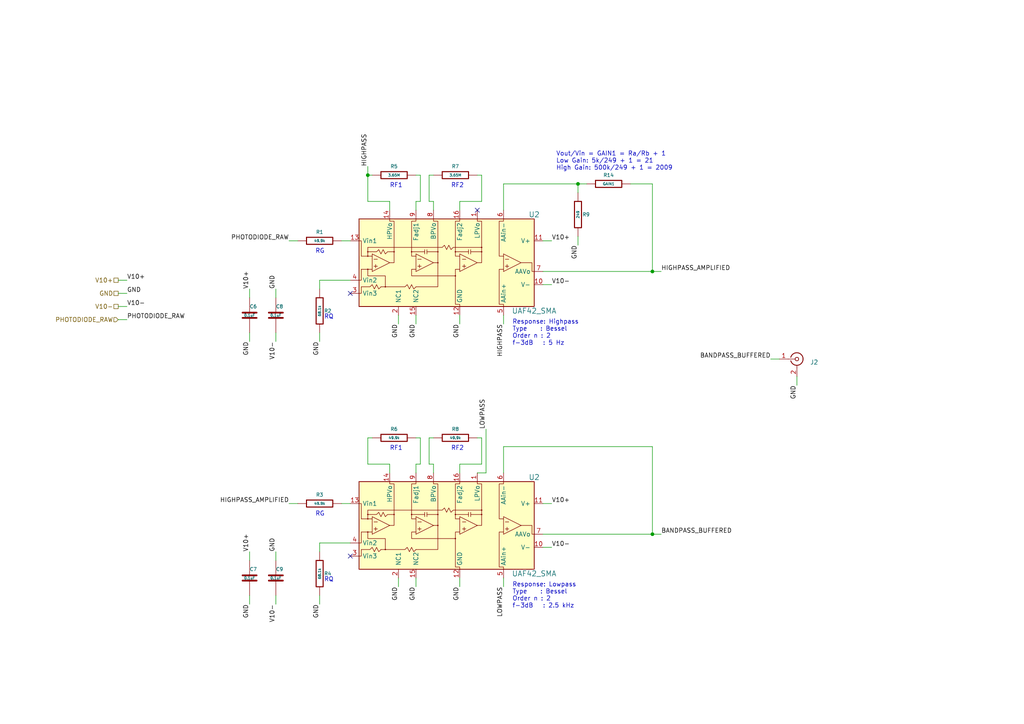
<source format=kicad_sch>
(kicad_sch (version 20230121) (generator eeschema)
  (paper "A4")
  (title_block (title "wingbeat_detector") (date "2023-12-11") (rev "4.0") (company "Peter Polidoro"))
  (lib_symbols
    (symbol "Janelia:CONN_UMC_JACK_SMD" (pin_names (offset 1.016) hide)
      (property "Reference" "J" (at 0.254 3.048 0))
      (symbol "CONN_UMC_JACK_SMD_0_1"
        (arc (start -1.778 -0.508) (mid 0.2311 -1.8066) (end 1.778 0) (stroke (width 0.254)))
        (polyline (pts (xy -2.54 0) (xy -0.508 0)))
        (polyline (pts (xy 0 -2.54) (xy 0 -1.778)))
        (circle (center 0 0) (radius 0.508) (stroke (width 0.2032)))
        (arc (start 1.778 0) (mid 0.2099 1.8101) (end -1.778 0.508) (stroke (width 0.254)))
      )
      (symbol "CONN_UMC_JACK_SMD_1_1"
        (pin passive line (at -5.08 0 0) (length 2.54) (name "In") (number "1"))
        (pin passive line (at 0 -5.08 90) (length 2.54) (name "Ext") (number "2"))
      )
    )
    (symbol "Janelia:C_0.1uF_0402" (pin_numbers hide) (pin_names (offset 0.254))
      (property "Reference" "C" (at 0 2.54 0))
      (property "Value" "0.1uF" (at 0 0 0))
      (symbol "C_0.1uF_0402_0_1"
        (polyline (pts (xy -2.032 -0.762) (xy 2.032 -0.762)) (stroke (width 0.508)))
        (polyline (pts (xy -2.032 0.762) (xy 2.032 0.762)) (stroke (width 0.508)))
      )
      (symbol "C_0.1uF_0402_1_1"
        (pin passive line (at 0 5.08 270) (length 4.318) (name "~") (number "1"))
        (pin passive line (at 0 -5.08 90) (length 4.318) (name "~") (number "2"))
      )
    )
    (symbol "Janelia:R_150k_1206" (pin_numbers hide) (pin_names (offset 0))
      (property "Reference" "R" (at 2.032 0 90))
      (property "Value" "150k" (at 0 0 90))
      (symbol "R_150k_1206_0_1"
        (rectangle (start -1.016 3.81) (end 1.016 -3.81) (stroke (width 0.3048)))
      )
      (symbol "R_150k_1206_1_1"
        (pin passive line (at 0 6.35 270) (length 2.54) (name "~") (number "1"))
        (pin passive line (at 0 -6.35 90) (length 2.54) (name "~") (number "2"))
      )
    )
    (symbol "Janelia:R_249_0402" (pin_numbers hide) (pin_names (offset 0))
      (property "Reference" "R" (at 2.032 0 90))
      (property "Value" "249" (at 0 0 90))
      (symbol "R_249_0402_0_1"
        (rectangle (start -1.016 3.81) (end 1.016 -3.81) (stroke (width 0.3048)))
      )
      (symbol "R_249_0402_1_1"
        (pin passive line (at 0 6.35 270) (length 2.54) (name "~") (number "1"))
        (pin passive line (at 0 -6.35 90) (length 2.54) (name "~") (number "2"))
      )
    )
    (symbol "Janelia:R_3.65M_0603" (pin_numbers hide) (pin_names (offset 0))
      (property "Reference" "R" (at 2.032 0 90))
      (property "Value" "3.65M" (at 0 0 90))
      (symbol "R_3.65M_0603_0_1"
        (rectangle (start -1.016 3.81) (end 1.016 -3.81) (stroke (width 0.3048)))
      )
      (symbol "R_3.65M_0603_1_1"
        (pin passive line (at 0 6.35 270) (length 2.54) (name "~") (number "1"))
        (pin passive line (at 0 -6.35 90) (length 2.54) (name "~") (number "2"))
      )
    )
    (symbol "Janelia:R_49.9k_0402" (pin_numbers hide) (pin_names (offset 0))
      (property "Reference" "R" (at 2.032 0 90))
      (property "Value" "49.9k" (at 0 0 90))
      (symbol "R_49.9k_0402_0_1"
        (rectangle (start -1.016 3.81) (end 1.016 -3.81) (stroke (width 0.3048)))
      )
      (symbol "R_49.9k_0402_1_1"
        (pin passive line (at 0 6.35 270) (length 2.54) (name "~") (number "1"))
        (pin passive line (at 0 -6.35 90) (length 2.54) (name "~") (number "2"))
      )
    )
    (symbol "Janelia:R_68.1k_0402" (pin_numbers hide) (pin_names (offset 0))
      (property "Reference" "R" (at 2.032 0 90))
      (property "Value" "68.1k" (at 0 0 90))
      (symbol "R_68.1k_0402_0_1"
        (rectangle (start -1.016 3.81) (end 1.016 -3.81) (stroke (width 0.3048)))
      )
      (symbol "R_68.1k_0402_1_1"
        (pin passive line (at 0 6.35 270) (length 2.54) (name "~") (number "1"))
        (pin passive line (at 0 -6.35 90) (length 2.54) (name "~") (number "2"))
      )
    )
    (symbol "Janelia:UAF42_SMA" (pin_names (offset 1.016))
      (property "Reference" "U" (at 24.13 13.97 0))
      (property "Value" "UAF42_SMA" (at -21.59 -13.97 0))
      (symbol "UAF42_SMA_0_1"
        (rectangle (start -25.4 12.7) (end 25.4 -12.7) (stroke (width 0.254)) (fill (type background)))
        (circle (center -22.86 -1.905) (radius 0.127) (fill (type outline)))
        (circle (center -22.86 1.905) (radius 0.127) (fill (type outline)))
        (circle (center -22.86 3.175) (radius 0.127) (fill (type outline)))
        (circle (center -17.78 -6.985) (radius 0.127) (fill (type outline)))
        (circle (center -15.24 3.175) (radius 0.127) (fill (type outline)))
        (circle (center -10.16 3.175) (radius 0.127) (fill (type outline)))
        (circle (center -2.54 0) (radius 0.127) (fill (type outline)))
        (circle (center -2.54 3.175) (radius 0.127) (fill (type outline)))
        (polyline (pts (xy -17.78 -6.985) (xy -17.78 -6.985)))
        (polyline (pts (xy -22.86 4.445) (xy -22.86 1.905) (xy -22.86 1.905)))
        (polyline (pts (xy -21.59 2.54) (xy -21.59 -2.54) (xy -21.59 -2.54)))
        (polyline (pts (xy -21.082 -1.016) (xy -20.066 -1.016) (xy -20.066 -1.016)) (fill (type outline)))
        (polyline (pts (xy -21.082 1.016) (xy -20.066 1.016) (xy -20.066 1.016)) (fill (type outline)))
        (polyline (pts (xy -20.574 -0.508) (xy -20.574 -1.524) (xy -20.574 -1.524)) (fill (type outline)))
        (polyline (pts (xy -19.05 -6.985) (xy -17.78 -6.985) (xy -17.78 -6.985)))
        (polyline (pts (xy -16.51 0) (xy -21.59 -2.54) (xy -21.59 -2.54)))
        (polyline (pts (xy -16.51 0) (xy -21.59 2.54) (xy -21.59 2.54)))
        (polyline (pts (xy -8.89 2.54) (xy -8.89 -2.54) (xy -8.89 -2.54)))
        (polyline (pts (xy -8.382 -1.016) (xy -7.366 -1.016) (xy -7.366 -1.016)) (fill (type outline)))
        (polyline (pts (xy -8.382 1.016) (xy -7.366 1.016) (xy -7.366 1.016)) (fill (type outline)))
        (polyline (pts (xy -7.874 -0.508) (xy -7.874 -1.524) (xy -7.874 -1.524)) (fill (type outline)))
        (polyline (pts (xy -7.366 1.016) (xy -7.366 1.016) (xy -7.366 1.016)) (fill (type outline)))
        (polyline (pts (xy -6.35 3.175) (xy -10.16 3.175) (xy -10.16 3.175)))
        (polyline (pts (xy -6.35 3.81) (xy -6.35 2.54) (xy -6.35 2.54)))
        (polyline (pts (xy -5.715 3.175) (xy -2.54 3.175) (xy -2.54 3.175)))
        (polyline (pts (xy -5.715 3.81) (xy -5.715 2.54) (xy -5.715 2.54)))
        (polyline (pts (xy -3.81 0) (xy -8.89 -2.54) (xy -8.89 -2.54)))
        (polyline (pts (xy -3.81 0) (xy -8.89 2.54) (xy -8.89 2.54)))
        (polyline (pts (xy 3.81 2.54) (xy 3.81 -2.54) (xy 3.81 -2.54)))
        (polyline (pts (xy 4.572 -1.016) (xy 5.588 -1.016) (xy 5.588 -1.016)) (fill (type outline)))
        (polyline (pts (xy 4.572 1.016) (xy 5.588 1.016) (xy 5.588 1.016)) (fill (type outline)))
        (polyline (pts (xy 5.08 -0.508) (xy 5.08 -1.524) (xy 5.08 -1.524)) (fill (type outline)))
        (polyline (pts (xy 6.985 3.175) (xy 10.16 3.175) (xy 10.16 3.175)))
        (polyline (pts (xy 6.985 3.81) (xy 6.985 2.54) (xy 6.985 2.54)))
        (polyline (pts (xy 8.89 0) (xy 3.81 -2.54) (xy 3.81 -2.54)))
        (polyline (pts (xy 8.89 0) (xy 3.81 2.54) (xy 3.81 2.54)))
        (polyline (pts (xy 17.018 1.016) (xy 18.034 1.016) (xy 18.034 1.016)) (fill (type outline)))
        (polyline (pts (xy 17.526 -0.508) (xy 17.526 -1.524) (xy 17.526 -1.524)) (fill (type outline)))
        (polyline (pts (xy 21.59 0) (xy 16.51 -2.54) (xy 16.51 -2.54)))
        (polyline (pts (xy 21.59 0) (xy 16.51 2.54) (xy 16.51 2.54)))
        (polyline (pts (xy -24.765 3.81) (xy -24.765 1.905) (xy -21.59 1.905) (xy -21.59 1.905)))
        (polyline (pts (xy -24.765 3.81) (xy -24.765 6.35) (xy -25.4 6.35) (xy -25.4 6.35)))
        (polyline (pts (xy -8.89 -6.985) (xy -2.54 -6.985) (xy -2.54 0) (xy -2.54 0)))
        (polyline (pts (xy 6.35 3.175) (xy 6.35 2.54) (xy 6.35 2.54) (xy 6.35 2.54)))
        (polyline (pts (xy 16.51 2.54) (xy 16.51 -2.54) (xy 16.51 -2.54) (xy 16.51 -2.54)))
        (polyline (pts (xy 17.018 -1.016) (xy 18.034 -1.016) (xy 18.034 -1.016) (xy 18.034 -1.016)) (fill (type outline)))
        (polyline (pts (xy -25.4 -5.08) (xy -24.765 -5.08) (xy -24.765 -1.905) (xy -21.59 -1.905) (xy -21.59 -1.905)))
        (polyline (pts (xy -17.78 -6.985) (xy -17.78 -3.81) (xy -22.86 -3.81) (xy -22.86 -1.905) (xy -22.86 -1.905)))
        (polyline (pts (xy -8.89 -1.905) (xy -10.16 -1.905) (xy -10.16 -3.81) (xy 2.54 -3.81) (xy 2.54 -3.81)))
        (polyline (pts (xy 2.54 3.175) (xy 6.35 3.175) (xy 6.35 3.81) (xy 6.35 3.81) (xy 6.35 3.81)))
        (polyline (pts (xy 25.4 -2.54) (xy 24.765 -2.54) (xy 24.765 0) (xy 21.59 0) (xy 21.59 0)))
        (polyline (pts (xy -16.51 12.7) (xy -16.51 12.065) (xy -15.24 12.065) (xy -15.24 0) (xy -16.51 0) (xy -16.51 0)))
        (polyline (pts (xy -8.89 12.7) (xy -8.89 12.065) (xy -10.16 12.065) (xy -10.16 1.905) (xy -8.89 1.905) (xy -8.89 1.905)))
        (polyline (pts (xy -3.81 12.7) (xy -3.81 12.065) (xy -2.54 12.065) (xy -2.54 0) (xy -3.81 0) (xy -3.81 0)))
        (polyline (pts (xy 3.81 -12.7) (xy 3.81 -12.065) (xy 2.54 -12.065) (xy 2.54 -1.905) (xy 3.81 -1.905) (xy 3.81 -1.905)))
        (polyline (pts (xy 3.81 12.7) (xy 3.81 12.065) (xy 2.54 12.065) (xy 2.54 1.905) (xy 3.81 1.905) (xy 3.81 1.905)))
        (polyline (pts (xy 8.89 12.7) (xy 8.89 12.065) (xy 10.16 12.065) (xy 10.16 0) (xy 8.89 0) (xy 8.89 0)))
        (polyline (pts (xy 16.51 -12.7) (xy 16.51 -12.065) (xy 15.24 -12.065) (xy 15.24 -1.905) (xy 16.51 -1.905) (xy 16.51 -1.905)))
        (polyline (pts (xy 16.51 12.7) (xy 16.51 12.065) (xy 15.24 12.065) (xy 15.24 1.905) (xy 16.51 1.905) (xy 16.51 1.905)))
        (polyline (pts (xy -17.78 -6.985) (xy -12.065 -6.985) (xy -11.43 -6.35) (xy -10.795 -7.62) (xy -10.16 -6.35) (xy -9.525 -7.62) (xy -8.89 -6.985) (xy -8.89 -6.985)))
        (polyline (pts (xy -22.86 3.175) (xy -20.32 3.175) (xy -19.685 3.81) (xy -19.05 2.54) (xy -18.415 3.81) (xy -17.78 2.54) (xy -17.145 3.175) (xy -15.24 3.175) (xy -15.24 3.175)))
        (polyline (pts (xy -22.86 4.445) (xy -1.27 4.445) (xy -0.635 5.08) (xy 0 3.81) (xy 0.635 5.08) (xy 1.27 3.81) (xy 1.905 4.445) (xy 10.16 4.445) (xy 10.16 4.445)))
        (polyline (pts (xy -25.4 -8.89) (xy -24.765 -8.89) (xy -24.765 -6.985) (xy -22.225 -6.985) (xy -21.59 -6.35) (xy -20.955 -7.62) (xy -20.32 -6.35) (xy -19.685 -7.62) (xy -19.05 -6.985) (xy -19.05 -6.985)))
        (circle (center 2.54 -3.81) (radius 0.127) (fill (type outline)))
        (circle (center 2.54 3.175) (radius 0.127) (fill (type outline)))
        (circle (center 10.16 3.175) (radius 0.127) (fill (type outline)))
        (circle (center 10.16 4.445) (radius 0.127) (fill (type outline)))
      )
      (symbol "UAF42_SMA_1_1"
        (pin bidirectional line (at 8.89 15.24 270) (length 2.54) (name "LPVo") (number "1"))
        (pin power_in line (at 27.94 -6.35 180) (length 2.54) (name "V-") (number "10"))
        (pin power_in line (at 27.94 6.35 180) (length 2.54) (name "V+") (number "11"))
        (pin power_in line (at 3.81 -15.24 90) (length 2.54) (name "GND") (number "12"))
        (pin bidirectional line (at -27.94 6.35 0) (length 2.54) (name "Vin1") (number "13"))
        (pin bidirectional line (at -16.51 15.24 270) (length 2.54) (name "HPVo") (number "14"))
        (pin passive line (at -8.89 -15.24 90) (length 2.54) (name "NC2") (number "15"))
        (pin bidirectional line (at 3.81 15.24 270) (length 2.54) (name "Fadj2") (number "16"))
        (pin passive line (at -13.97 -15.24 90) (length 2.54) (name "NC1") (number "2"))
        (pin bidirectional line (at -27.94 -8.89 0) (length 2.54) (name "Vin3") (number "3"))
        (pin bidirectional line (at -27.94 -5.08 0) (length 2.54) (name "Vin2") (number "4"))
        (pin bidirectional line (at 16.51 -15.24 90) (length 2.54) (name "AAin+") (number "5"))
        (pin bidirectional line (at 16.51 15.24 270) (length 2.54) (name "AAin-") (number "6"))
        (pin bidirectional line (at 27.94 -2.54 180) (length 2.54) (name "AAVo") (number "7"))
        (pin bidirectional line (at -3.81 15.24 270) (length 2.54) (name "BPVo") (number "8"))
        (pin bidirectional line (at -8.89 15.24 270) (length 2.54) (name "Fadj1") (number "9"))
      )
    )
  )
  (junction (at 106.68 50.8))
  (junction (at 167.64 53.34))
  (junction (at 189.23 78.74))
  (junction (at 189.23 154.94))
  (no_connect (at 138.43 60.96))
  (no_connect (at 101.6 85.09))
  (no_connect (at 101.6 161.29))
  (wire (pts (xy 72.39 162.56) (xy 72.39 160.02)))
  (wire (pts (xy 120.65 50.8) (xy 121.92 50.8)))
  (wire (pts (xy 139.7 58.42) (xy 139.7 50.8)))
  (wire (pts (xy 226.06 104.14) (xy 223.52 104.14)))
  (wire (pts (xy 146.05 129.54) (xy 146.05 137.16)))
  (wire (pts (xy 106.68 50.8) (xy 106.68 58.42)))
  (wire (pts (xy 139.7 134.62) (xy 139.7 127)))
  (wire (pts (xy 99.06 146.05) (xy 101.6 146.05)))
  (wire (pts (xy 120.65 134.62) (xy 120.65 137.16)))
  (wire (pts (xy 92.71 157.48) (xy 101.6 157.48)))
  (wire (pts (xy 189.23 53.34) (xy 189.23 78.74)))
  (wire (pts (xy 125.73 50.8) (xy 124.46 50.8)))
  (wire (pts (xy 120.65 127) (xy 121.92 127)))
  (wire (pts (xy 146.05 167.64) (xy 146.05 170.18)))
  (wire (pts (xy 120.65 91.44) (xy 120.65 93.98)))
  (wire (pts (xy 115.57 91.44) (xy 115.57 93.98)))
  (wire (pts (xy 92.71 96.52) (xy 92.71 99.06)))
  (wire (pts (xy 157.48 154.94) (xy 189.23 154.94)))
  (wire (pts (xy 133.35 60.96) (xy 133.35 58.42)))
  (wire (pts (xy 120.65 167.64) (xy 120.65 170.18)))
  (wire (pts (xy 106.68 127) (xy 106.68 134.62)))
  (wire (pts (xy 34.29 85.09) (xy 36.83 85.09)))
  (wire (pts (xy 133.35 58.42) (xy 139.7 58.42)))
  (wire (pts (xy 106.68 134.62) (xy 113.03 134.62)))
  (wire (pts (xy 92.71 160.02) (xy 92.71 157.48)))
  (wire (pts (xy 124.46 50.8) (xy 124.46 58.42)))
  (wire (pts (xy 138.43 50.8) (xy 139.7 50.8)))
  (wire (pts (xy 34.29 88.9) (xy 36.83 88.9)))
  (wire (pts (xy 121.92 50.8) (xy 121.92 58.42)))
  (wire (pts (xy 80.01 96.52) (xy 80.01 99.06)))
  (wire (pts (xy 120.65 58.42) (xy 120.65 60.96)))
  (wire (pts (xy 189.23 154.94) (xy 189.23 129.54)))
  (wire (pts (xy 72.39 96.52) (xy 72.39 99.06)))
  (wire (pts (xy 157.48 78.74) (xy 189.23 78.74)))
  (wire (pts (xy 106.68 58.42) (xy 113.03 58.42)))
  (wire (pts (xy 133.35 91.44) (xy 133.35 93.98)))
  (wire (pts (xy 125.73 58.42) (xy 125.73 60.96)))
  (wire (pts (xy 92.71 83.82) (xy 92.71 81.28)))
  (wire (pts (xy 167.64 68.58) (xy 167.64 71.12)))
  (wire (pts (xy 125.73 134.62) (xy 125.73 137.16)))
  (wire (pts (xy 133.35 167.64) (xy 133.35 170.18)))
  (wire (pts (xy 107.95 127) (xy 106.68 127)))
  (wire (pts (xy 113.03 134.62) (xy 113.03 137.16)))
  (wire (pts (xy 138.43 127) (xy 139.7 127)))
  (wire (pts (xy 80.01 172.72) (xy 80.01 175.26)))
  (wire (pts (xy 125.73 127) (xy 124.46 127)))
  (wire (pts (xy 146.05 129.54) (xy 189.23 129.54)))
  (wire (pts (xy 34.29 81.28) (xy 36.83 81.28)))
  (wire (pts (xy 107.95 50.8) (xy 106.68 50.8)))
  (wire (pts (xy 140.97 124.46) (xy 140.97 137.16)))
  (wire (pts (xy 146.05 53.34) (xy 146.05 60.96)))
  (wire (pts (xy 113.03 58.42) (xy 113.03 60.96)))
  (wire (pts (xy 34.29 92.71) (xy 36.83 92.71)))
  (wire (pts (xy 80.01 86.36) (xy 80.01 83.82)))
  (wire (pts (xy 157.48 82.55) (xy 160.02 82.55)))
  (wire (pts (xy 157.48 146.05) (xy 160.02 146.05)))
  (wire (pts (xy 124.46 58.42) (xy 125.73 58.42)))
  (wire (pts (xy 83.82 69.85) (xy 86.36 69.85)))
  (wire (pts (xy 138.43 137.16) (xy 140.97 137.16)))
  (wire (pts (xy 83.82 146.05) (xy 86.36 146.05)))
  (wire (pts (xy 146.05 91.44) (xy 146.05 93.98)))
  (wire (pts (xy 124.46 127) (xy 124.46 134.62)))
  (wire (pts (xy 182.88 53.34) (xy 189.23 53.34)))
  (wire (pts (xy 72.39 86.36) (xy 72.39 83.82)))
  (wire (pts (xy 189.23 154.94) (xy 191.77 154.94)))
  (wire (pts (xy 167.64 53.34) (xy 167.64 55.88)))
  (wire (pts (xy 120.65 58.42) (xy 121.92 58.42)))
  (wire (pts (xy 124.46 134.62) (xy 125.73 134.62)))
  (wire (pts (xy 99.06 69.85) (xy 101.6 69.85)))
  (wire (pts (xy 115.57 167.64) (xy 115.57 170.18)))
  (wire (pts (xy 133.35 134.62) (xy 139.7 134.62)))
  (wire (pts (xy 157.48 69.85) (xy 160.02 69.85)))
  (wire (pts (xy 80.01 162.56) (xy 80.01 160.02)))
  (wire (pts (xy 157.48 158.75) (xy 160.02 158.75)))
  (wire (pts (xy 133.35 137.16) (xy 133.35 134.62)))
  (wire (pts (xy 92.71 81.28) (xy 101.6 81.28)))
  (wire (pts (xy 231.14 109.22) (xy 231.14 111.76)))
  (wire (pts (xy 92.71 172.72) (xy 92.71 175.26)))
  (wire (pts (xy 189.23 78.74) (xy 191.77 78.74)))
  (wire (pts (xy 106.68 48.26) (xy 106.68 50.8)))
  (wire (pts (xy 121.92 127) (xy 121.92 134.62)))
  (wire (pts (xy 120.65 134.62) (xy 121.92 134.62)))
  (wire (pts (xy 167.64 53.34) (xy 146.05 53.34)))
  (wire (pts (xy 167.64 53.34) (xy 170.18 53.34)))
  (wire (pts (xy 72.39 172.72) (xy 72.39 175.26)))
  (text "RF2" (at 130.81 54.61 0) (effects (font (size 1.27 1.27)) (justify left bottom)))
  (text "RG" (at 91.44 149.86 0) (effects (font (size 1.27 1.27)) (justify left bottom)))
  (text "RF2" (at 130.81 130.81 0) (effects (font (size 1.27 1.27)) (justify left bottom)))
  (text "Response: Lowpass\nType    : Bessel\nOrder n : 2\nf-3dB   : 2.5 kHz" (at 148.59 176.53 0) (effects (font (size 1.27 1.27)) (justify left bottom)))
  (text "RG" (at 91.44 73.66 0) (effects (font (size 1.27 1.27)) (justify left bottom)))
  (text "RF1" (at 113.03 54.61 0) (effects (font (size 1.27 1.27)) (justify left bottom)))
  (text "Vout/Vin = GAIN1 = Ra/Rb + 1\nLow Gain: 5k/249 + 1 = 21\nHigh Gain: 500k/249 + 1 = 2009 " (at 161.29 49.53 0) (effects (font (size 1.27 1.27)) (justify left bottom)))
  (text "Response: Highpass\nType    : Bessel\nOrder n : 2\nf-3dB   : 5 Hz" (at 148.59 100.33 0) (effects (font (size 1.27 1.27)) (justify left bottom)))
  (text "RQ" (at 93.98 92.71 0) (effects (font (size 1.27 1.27)) (justify left bottom)))
  (text "RF1" (at 113.03 130.81 0) (effects (font (size 1.27 1.27)) (justify left bottom)))
  (text "RQ" (at 93.98 168.91 0) (effects (font (size 1.27 1.27)) (justify left bottom)))
  (label "V10-" (at 160.02 158.75 0))
  (label "BANDPASS_BUFFERED" (at 191.77 154.94 0))
  (label "V10+" (at 72.39 83.82 90))
  (label "V10+" (at 36.83 81.28 0))
  (label "BANDPASS_BUFFERED" (at 223.52 104.14 180))
  (label "GND" (at 133.35 170.18 270))
  (label "HIGHPASS" (at 146.05 93.98 270))
  (label "GND" (at 167.64 71.12 270))
  (label "V10-" (at 160.02 82.55 0))
  (label "LOWPASS" (at 146.05 170.18 270))
  (label "PHOTODIODE_RAW" (at 83.82 69.85 180))
  (label "GND" (at 80.01 160.02 90))
  (label "HIGHPASS_AMPLIFIED" (at 191.77 78.74 0))
  (label "GND" (at 80.01 83.82 90))
  (label "GND" (at 133.35 93.98 270))
  (label "V10+" (at 72.39 160.02 90))
  (label "GND" (at 72.39 99.06 270))
  (label "GND" (at 115.57 93.98 270))
  (label "GND" (at 92.71 99.06 270))
  (label "HIGHPASS_AMPLIFIED" (at 83.82 146.05 180))
  (label "V10-" (at 36.83 88.9 0))
  (label "GND" (at 120.65 93.98 270))
  (label "V10+" (at 160.02 146.05 0))
  (label "GND" (at 120.65 170.18 270))
  (label "GND" (at 115.57 170.18 270))
  (label "LOWPASS" (at 140.97 124.46 90))
  (label "GND" (at 92.71 175.26 270))
  (label "HIGHPASS" (at 106.68 48.26 90))
  (label "GND" (at 36.83 85.09 0))
  (label "GND" (at 72.39 175.26 270))
  (label "PHOTODIODE_RAW" (at 36.83 92.71 0))
  (label "GND" (at 231.14 111.76 270))
  (label "V10-" (at 80.01 99.06 270))
  (label "V10+" (at 160.02 69.85 0))
  (label "V10-" (at 80.01 175.26 270))
  (hierarchical_label "GND" (shape passive) (at 34.29 85.09 180))
  (hierarchical_label "V10-" (shape passive) (at 34.29 88.9 180))
  (hierarchical_label "PHOTODIODE_RAW" (shape input) (at 34.29 92.71 180))
  (hierarchical_label "V10+" (shape passive) (at 34.29 81.28 180))
  (symbol (lib_id "Janelia:UAF42_SMA") (at 129.54 152.4 0) (unit 1)
    (property "Reference" "U2" (at 154.94 138.43 0) (effects (font (size 1.524 1.524))))
    (property "Value" "UAF42_SMA" (at 154.94 166.37 0) (effects (font (size 1.524 1.524))))
    (property "Footprint" "Janelia:SOIC-16W_7.5x10.3mm_P1.27mm" (effects hide))
    (property "Vendor" "Digi-Key" (effects hide))
    (property "Vendor Part Number" "UAF42AU-ND" (effects hide))
    (property "Description" "IC UNIV ACTIVE FILTER 16-SOIC" (effects hide))
    (property "Manufacturer" "Texas Instruments" (effects hide))
    (property "Manufacturer Part Number" "UAF42AU" (effects hide))
    (instances (project "wingbeat_detector" (path "" (reference "U2") (unit 1)) (path "" (reference "U3") (unit 1))))
  )
  (symbol (lib_id "Janelia:UAF42_SMA") (at 129.54 76.2 0) (unit 1)
    (property "Reference" "U2" (at 154.94 62.23 0) (effects (font (size 1.524 1.524))))
    (property "Value" "UAF42_SMA" (at 154.94 90.17 0) (effects (font (size 1.524 1.524))))
    (property "Footprint" "Janelia:SOIC-16W_7.5x10.3mm_P1.27mm" (effects hide))
    (property "Vendor" "Digi-Key" (effects hide))
    (property "Vendor Part Number" "UAF42AU-ND" (effects hide))
    (property "Description" "IC UNIV ACTIVE FILTER 16-SOIC" (effects hide))
    (property "Manufacturer" "Texas Instruments" (effects hide))
    (property "Manufacturer Part Number" "UAF42AU" (effects hide))
  )
  (symbol (lib_id "Janelia:R_249_0402") (at 167.64 62.23 0) (unit 1)
    (property "Reference" "R9" (at 168.91 62.23 0) (effects (font (size 1.016 1.016)) (justify left)))
    (property "Value" "249" (at 167.64 62.23 90) (effects (font (size 0.762 0.762))))
    (property "Footprint" "Janelia:R_0402_1005Metric" (effects hide))
    (property "Vendor" "Digi-Key" (effects hide))
    (property "Vendor Part Number" "P249LCT-ND" (effects hide))
    (property "Description" "RES SMD 249 OHM 1% 1/10W" (effects hide))
    (property "Package" "0402" (effects hide))
    (property "Manufacturer" "Panasonic Electronic Components" (effects hide))
    (property "Manufacturer Part Number" "ERJ-2RKF2490X" (effects hide))
  )
  (symbol (lib_id "Janelia:R_49.9k_0402") (at 92.71 146.05 90) (unit 1)
    (property "Reference" "R3" (at 92.71 143.51 90) (effects (font (size 1.016 1.016))))
    (property "Value" "49.9k" (at 92.71 146.05 90) (effects (font (size 0.762 0.762))))
    (property "Footprint" "Janelia:R_0402_1005Metric" (effects hide))
    (property "Vendor" "Digi-Key" (effects hide))
    (property "Vendor Part Number" "P49.9KLCT-ND" (effects hide))
    (property "Description" "RES SMD 49.9K OHM 1% 1/10W" (effects hide))
    (property "Package" "0402" (effects hide))
    (property "Manufacturer" "Panasonic Electronic Components" (effects hide))
    (property "Manufacturer Part Number" "ERJ-2RKF4992X" (effects hide))
  )
  (symbol (lib_id "Janelia:CONN_UMC_JACK_SMD") (at 231.14 104.14 0) (unit 1)
    (property "Reference" "J2" (at 234.95 105.0682 0) (effects (justify left)))
    (property "Value" "UMC_JACK_SMD" (effects hide))
    (property "Footprint" "Janelia:UMC_AMPHENOL_A-1JB" (effects hide))
    (property "Manufacturer" "Amphenol RF" (effects hide))
    (property "Manufacturer Part Number" "A-1JB" (effects hide))
    (property "Vendor" "Digi-Key" (effects hide))
    (property "Vendor Part Number" "115-A-1JBCT-ND" (effects hide))
    (property "Description" "CONN UMC JACK STR 50 OHM SMD" (effects hide))
  )
  (symbol (lib_id "Janelia:R_3.65M_0603") (at 114.3 50.8 90) (unit 1)
    (property "Reference" "R5" (at 114.3 48.26 90) (effects (font (size 1.016 1.016))))
    (property "Value" "3.65M" (at 114.3 50.8 90) (effects (font (size 0.762 0.762))))
    (property "Footprint" "Janelia:R_0603_1608Metric" (effects hide))
    (property "Vendor" "Digi-Key" (effects hide))
    (property "Vendor Part Number" "541-3.65MHCT-ND" (effects hide))
    (property "Description" "RES SMD 3.65M OHM 1% 1/10W" (effects hide))
    (property "Package" "0603" (effects hide))
    (property "Manufacturer" "Vishay Dale" (effects hide))
    (property "Manufacturer Part Number" "CRCW06033M65FKEA" (effects hide))
  )
  (symbol (lib_id "Janelia:R_3.65M_0603") (at 132.08 50.8 90) (unit 1)
    (property "Reference" "R7" (at 132.08 48.26 90) (effects (font (size 1.016 1.016))))
    (property "Value" "3.65M" (at 132.08 50.8 90) (effects (font (size 0.762 0.762))))
    (property "Footprint" "Janelia:R_0603_1608Metric" (effects hide))
    (property "Vendor" "Digi-Key" (effects hide))
    (property "Vendor Part Number" "541-3.65MHCT-ND" (effects hide))
    (property "Description" "RES SMD 3.65M OHM 1% 1/10W" (effects hide))
    (property "Package" "0603" (effects hide))
    (property "Manufacturer" "Vishay Dale" (effects hide))
    (property "Manufacturer Part Number" "CRCW06033M65FKEA" (effects hide))
  )
  (symbol (lib_id "Janelia:C_0.1uF_0402") (at 80.01 167.64 0) (unit 1)
    (property "Reference" "C9" (at 80.01 165.1 0) (effects (font (size 1.016 1.016)) (justify left)))
    (property "Value" "0.1uF" (at 80.01 167.64 0) (effects (font (size 0.762 0.762))))
    (property "Footprint" "Janelia:C_0402_1005Metric" (effects hide))
    (property "Vendor" "Digi-Key" (effects hide))
    (property "Vendor Part Number" "311-1375-1-ND" (effects hide))
    (property "Description" "CAP CER 0.1UF 25V Y5V" (effects hide))
    (property "Package" "0402" (effects hide))
    (property "Manufacturer" "Yageo" (effects hide))
    (property "Manufacturer Part Number" "CC0402ZRY5V8BB104" (effects hide))
  )
  (symbol (lib_id "Janelia:R_68.1k_0402") (at 92.71 166.37 0) (unit 1)
    (property "Reference" "R4" (at 93.98 166.37 0) (effects (font (size 1.016 1.016)) (justify left)))
    (property "Value" "68.1k" (at 92.71 166.37 90) (effects (font (size 0.762 0.762))))
    (property "Footprint" "Janelia:R_0402_1005Metric" (effects hide))
    (property "Vendor" "Digi-Key" (effects hide))
    (property "Vendor Part Number" "P68.1KLCT-ND" (effects hide))
    (property "Description" "RES SMD 68.1K OHM 1% 1/10W" (effects hide))
    (property "Package" "0402" (effects hide))
    (property "Manufacturer" "Panasonic Electronic Components" (effects hide))
    (property "Manufacturer Part Number" "ERJ-2RKF6812X" (effects hide))
  )
  (symbol (lib_id "Janelia:C_0.1uF_0402") (at 80.01 91.44 0) (unit 1)
    (property "Reference" "C8" (at 80.01 88.9 0) (effects (font (size 1.016 1.016)) (justify left)))
    (property "Value" "0.1uF" (at 80.01 91.44 0) (effects (font (size 0.762 0.762))))
    (property "Footprint" "Janelia:C_0402_1005Metric" (effects hide))
    (property "Vendor" "Digi-Key" (effects hide))
    (property "Vendor Part Number" "311-1375-1-ND" (effects hide))
    (property "Description" "CAP CER 0.1UF 25V Y5V" (effects hide))
    (property "Package" "0402" (effects hide))
    (property "Manufacturer" "Yageo" (effects hide))
    (property "Manufacturer Part Number" "CC0402ZRY5V8BB104" (effects hide))
  )
  (symbol (lib_id "Janelia:R_49.9k_0402") (at 92.71 69.85 90) (unit 1)
    (property "Reference" "R1" (at 92.71 67.31 90) (effects (font (size 1.016 1.016))))
    (property "Value" "49.9k" (at 92.71 69.85 90) (effects (font (size 0.762 0.762))))
    (property "Footprint" "Janelia:R_0402_1005Metric" (effects hide))
    (property "Vendor" "Digi-Key" (effects hide))
    (property "Vendor Part Number" "P49.9KLCT-ND" (effects hide))
    (property "Description" "RES SMD 49.9K OHM 1% 1/10W" (effects hide))
    (property "Package" "0402" (effects hide))
    (property "Manufacturer" "Panasonic Electronic Components" (effects hide))
    (property "Manufacturer Part Number" "ERJ-2RKF4992X" (effects hide))
  )
  (symbol (lib_id "Janelia:C_0.1uF_0402") (at 72.39 167.64 0) (unit 1)
    (property "Reference" "C7" (at 72.39 165.1 0) (effects (font (size 1.016 1.016)) (justify left)))
    (property "Value" "0.1uF" (at 72.39 167.64 0) (effects (font (size 0.762 0.762))))
    (property "Footprint" "Janelia:C_0402_1005Metric" (effects hide))
    (property "Vendor" "Digi-Key" (effects hide))
    (property "Vendor Part Number" "311-1375-1-ND" (effects hide))
    (property "Description" "CAP CER 0.1UF 25V Y5V" (effects hide))
    (property "Package" "0402" (effects hide))
    (property "Manufacturer" "Yageo" (effects hide))
    (property "Manufacturer Part Number" "CC0402ZRY5V8BB104" (effects hide))
  )
  (symbol (lib_id "Janelia:R_68.1k_0402") (at 92.71 90.17 0) (unit 1)
    (property "Reference" "R2" (at 93.98 90.17 0) (effects (font (size 1.016 1.016)) (justify left)))
    (property "Value" "68.1k" (at 92.71 90.17 90) (effects (font (size 0.762 0.762))))
    (property "Footprint" "Janelia:R_0402_1005Metric" (effects hide))
    (property "Vendor" "Digi-Key" (effects hide))
    (property "Vendor Part Number" "P68.1KLCT-ND" (effects hide))
    (property "Description" "RES SMD 68.1K OHM 1% 1/10W" (effects hide))
    (property "Package" "0402" (effects hide))
    (property "Manufacturer" "Panasonic Electronic Components" (effects hide))
    (property "Manufacturer Part Number" "ERJ-2RKF6812X" (effects hide))
  )
  (symbol (lib_id "Janelia:R_150k_1206") (at 176.53 53.34 90) (unit 1)
    (property "Reference" "R14" (at 176.53 50.8 90) (effects (font (size 1.016 1.016))))
    (property "Value" "GAIN1" (at 176.53 53.34 90) (effects (font (size 0.762 0.762))))
    (property "Footprint" "Janelia:R_1206_3216Metric" (effects hide))
    (property "Vendor" "Digi-Key" (effects hide))
    (property "Vendor Part Number" "P150KBCCT-ND" (effects hide))
    (property "Description" "RES SMD 150K OHM 0.1% 1/4W" (effects hide))
    (property "Package" "1206" (effects hide))
    (property "Manufacturer" "Panasonic Electronic Components" (effects hide))
    (property "Manufacturer Part Number" "ERA-8AEB154V" (effects hide))
    (instances (project "wingbeat_detector" (path "" (reference "R14") (unit 1)) (path "" (reference "R10") (unit 1))))
  )
  (symbol (lib_id "Janelia:R_49.9k_0402") (at 132.08 127 90) (unit 1)
    (property "Reference" "R8" (at 132.08 124.46 90) (effects (font (size 1.016 1.016))))
    (property "Value" "49.9k" (at 132.08 127 90) (effects (font (size 0.762 0.762))))
    (property "Footprint" "Janelia:R_0402_1005Metric" (effects hide))
    (property "Vendor" "Digi-Key" (effects hide))
    (property "Vendor Part Number" "P49.9KLCT-ND" (effects hide))
    (property "Description" "RES SMD 49.9K OHM 1% 1/10W" (effects hide))
    (property "Package" "0402" (effects hide))
    (property "Manufacturer" "Panasonic Electronic Components" (effects hide))
    (property "Manufacturer Part Number" "ERJ-2RKF4992X" (effects hide))
  )
  (symbol (lib_id "Janelia:C_0.1uF_0402") (at 72.39 91.44 0) (unit 1)
    (property "Reference" "C6" (at 72.39 88.9 0) (effects (font (size 1.016 1.016)) (justify left)))
    (property "Value" "0.1uF" (at 72.39 91.44 0) (effects (font (size 0.762 0.762))))
    (property "Footprint" "Janelia:C_0402_1005Metric" (effects hide))
    (property "Vendor" "Digi-Key" (effects hide))
    (property "Vendor Part Number" "311-1375-1-ND" (effects hide))
    (property "Description" "CAP CER 0.1UF 25V Y5V" (effects hide))
    (property "Package" "0402" (effects hide))
    (property "Manufacturer" "Yageo" (effects hide))
    (property "Manufacturer Part Number" "CC0402ZRY5V8BB104" (effects hide))
  )
  (symbol (lib_id "Janelia:R_49.9k_0402") (at 114.3 127 90) (unit 1)
    (property "Reference" "R6" (at 114.3 124.46 90) (effects (font (size 1.016 1.016))))
    (property "Value" "49.9k" (at 114.3 127 90) (effects (font (size 0.762 0.762))))
    (property "Footprint" "Janelia:R_0402_1005Metric" (effects hide))
    (property "Vendor" "Digi-Key" (effects hide))
    (property "Vendor Part Number" "P49.9KLCT-ND" (effects hide))
    (property "Description" "RES SMD 49.9K OHM 1% 1/10W" (effects hide))
    (property "Package" "0402" (effects hide))
    (property "Manufacturer" "Panasonic Electronic Components" (effects hide))
    (property "Manufacturer Part Number" "ERJ-2RKF4992X" (effects hide))
  )
)
</source>
